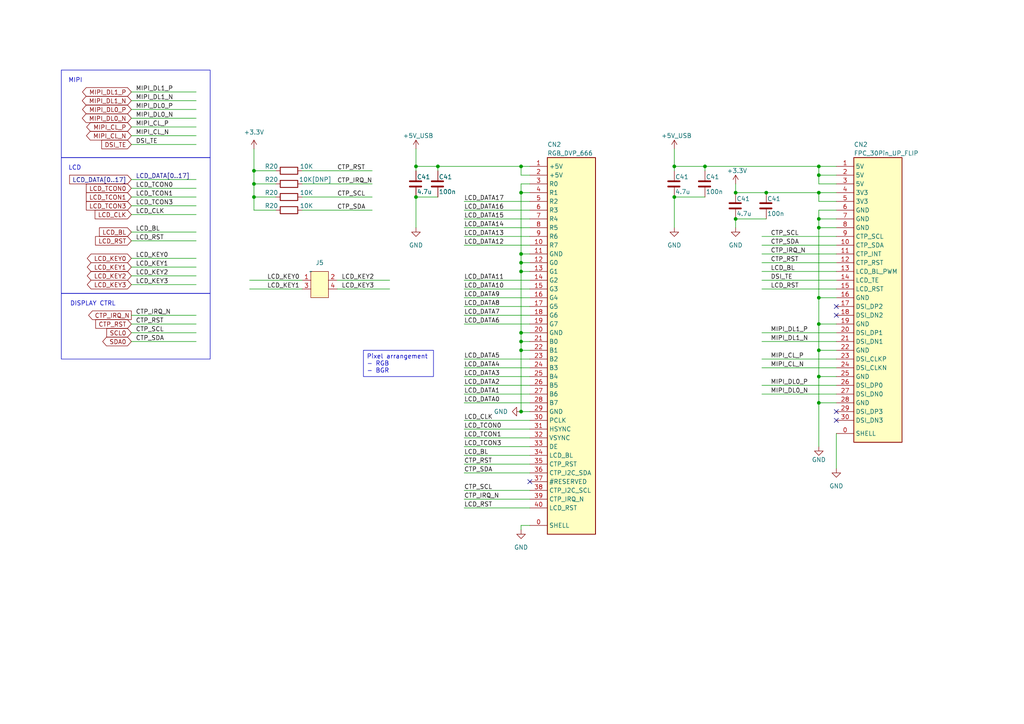
<source format=kicad_sch>
(kicad_sch (version 20230121) (generator eeschema)
  (paper "A4")
  (lib_symbols
    (symbol "Cap_2" (pin_numbers hide) (pin_names hide)
      (property "Reference" "C?" (at 0 5.08 0))
      (property "Value" "Cap_2" (at 0 3.81 0))
      (symbol "Cap_2_0_1"
        (polyline (pts (xy -0.762 -1.778) (xy -0.762 1.524)) (stroke (width 0.5)))
        (polyline (pts (xy 0.762 -1.778) (xy 0.762 1.524)) (stroke (width 0.5)))
      )
      (symbol "Cap_2_1_1"
        (pin passive line (at -3.81 0 0) (length 2.8) (name "~") (number "1"))
        (pin passive line (at 3.81 0 180) (length 2.8) (name "~") (number "2"))
      )
    )
    (symbol "RA8:2*2p"
      (property "Reference" "J" (at 0 0 0))
      (symbol "2*2p_1_1"
        (rectangle (start 0 0) (end 5.08 -7.62) (fill (type color) (color 255 255 194 1)))
        (pin bidirectional line (at -2.54 -2.54 0) (length 2.54) (name "") (number "1"))
        (pin bidirectional line (at 7.62 -2.54 180) (length 2.54) (name "") (number "2"))
        (pin bidirectional line (at -2.54 -5.08 0) (length 2.54) (name "") (number "3"))
        (pin bidirectional line (at 7.62 -5.08 180) (length 2.54) (name "") (number "4"))
      )
    )
    (symbol "RA8:FPC_1x40Pin"
      (property "Reference" "CN3" (at 5.08 3.81 0))
      (property "Value" "RGB_DVP_565" (at 5.08 1.27 0))
      (symbol "FPC_1x40Pin_0_0"
        (pin unspecified line (at 0 -25.4 0) (length 5.08) (name "R7") (number "10"))
        (pin unspecified line (at 0 -30.48 0) (length 5.08) (name "G0") (number "12"))
        (pin unspecified line (at 0 -33.02 0) (length 5.08) (name "G1") (number "13"))
        (pin unspecified line (at 0 -35.56 0) (length 5.08) (name "G2") (number "14"))
        (pin unspecified line (at 0 -38.1 0) (length 5.08) (name "G3") (number "15"))
        (pin unspecified line (at 0 -40.64 0) (length 5.08) (name "G4") (number "16"))
        (pin unspecified line (at 0 -43.18 0) (length 5.08) (name "G5") (number "17"))
        (pin unspecified line (at 0 -45.72 0) (length 5.08) (name "G6") (number "18"))
        (pin unspecified line (at 0 -48.26 0) (length 5.08) (name "G7") (number "19"))
        (pin unspecified line (at 0 -50.8 0) (length 5.08) (name "GND") (number "20"))
        (pin unspecified line (at 0 -53.34 0) (length 5.08) (name "B0") (number "21"))
        (pin unspecified line (at 0 -55.88 0) (length 5.08) (name "B1") (number "22"))
        (pin unspecified line (at 0 -58.42 0) (length 5.08) (name "B2") (number "23"))
        (pin unspecified line (at 0 -60.96 0) (length 5.08) (name "B3") (number "24"))
        (pin unspecified line (at 0 -63.5 0) (length 5.08) (name "B4") (number "25"))
        (pin unspecified line (at 0 -66.04 0) (length 5.08) (name "B5") (number "26"))
        (pin unspecified line (at 0 -68.58 0) (length 5.08) (name "B6") (number "27"))
        (pin unspecified line (at 0 -71.12 0) (length 5.08) (name "B7") (number "28"))
        (pin unspecified line (at 0 -73.66 0) (length 5.08) (name "GND") (number "29"))
        (pin unspecified line (at 0 -7.62 0) (length 5.08) (name "R0") (number "3"))
        (pin unspecified line (at 0 -76.2 0) (length 5.08) (name "PCLK") (number "30"))
        (pin unspecified line (at 0 -78.74 0) (length 5.08) (name "HSYNC") (number "31"))
        (pin unspecified line (at 0 -81.28 0) (length 5.08) (name "VSYNC") (number "32"))
        (pin unspecified line (at 0 -83.82 0) (length 5.08) (name "DE") (number "33"))
        (pin unspecified line (at 0 -86.36 0) (length 5.08) (name "LCD_BL") (number "34"))
        (pin unspecified line (at 0 -88.9 0) (length 5.08) (name "CTP_RST") (number "35"))
        (pin unspecified line (at 0 -91.44 0) (length 5.08) (name "CTP_I2C_SDA") (number "36"))
        (pin unspecified line (at 0 -96.52 0) (length 5.08) (name "CTP_I2C_SCL") (number "38"))
        (pin unspecified line (at 0 -99.06 0) (length 5.08) (name "CTP_IRQ_N") (number "39"))
        (pin unspecified line (at 0 -10.16 0) (length 5.08) (name "R1") (number "4"))
        (pin unspecified line (at 0 -101.6 0) (length 5.08) (name "LCD_RST") (number "40"))
        (pin unspecified line (at 0 -12.7 0) (length 5.08) (name "R2") (number "5"))
        (pin unspecified line (at 0 -15.24 0) (length 5.08) (name "R3") (number "6"))
        (pin unspecified line (at 0 -17.78 0) (length 5.08) (name "R4") (number "7"))
        (pin unspecified line (at 0 -20.32 0) (length 5.08) (name "R5") (number "8"))
        (pin unspecified line (at 0 -22.86 0) (length 5.08) (name "R6") (number "9"))
      )
      (symbol "FPC_1x40Pin_1_0"
        (pin unspecified line (at 0 -106.68 0) (length 5.08) (name "SHELL") (number "0"))
        (pin power_in line (at 0 -2.54 0) (length 5.08) (name "+5V") (number "1"))
        (pin unspecified line (at 0 -27.94 0) (length 5.08) (name "GND") (number "11"))
        (pin power_in line (at 0 -5.08 0) (length 5.08) (name "+5V") (number "2"))
        (pin unspecified line (at 0 -93.98 0) (length 5.08) (name "#RESERVED") (number "37"))
      )
      (symbol "FPC_1x40Pin_1_1"
        (rectangle (start 5.08 0) (end 19.05 -109.22) (stroke (width 0.254)) (fill (type background)))
      )
    )
    (symbol "RA8:FPC_30Pin_UP_FLIP"
      (property "Reference" "CN2" (at 5.08 1.27 0))
      (property "Value" "FPC_30Pin_UP_FLIP" (at 5.08 -83.82 0))
      (symbol "FPC_30Pin_UP_FLIP_0_0"
        (pin unspecified line (at 0 -25.4 0) (length 5.08) (name "CTP_SDA") (number "10"))
        (pin input line (at 0 -33.02 0) (length 5.08) (name "LCD_BL_PWM") (number "13"))
        (pin unspecified line (at 0 -40.64 0) (length 5.08) (name "GND") (number "16"))
        (pin unspecified line (at 0 -43.18 0) (length 5.08) (name "DSI_DP2") (number "17"))
        (pin unspecified line (at 0 -48.26 0) (length 5.08) (name "GND") (number "19"))
        (pin unspecified line (at 0 -50.8 0) (length 5.08) (name "DSI_DP1") (number "20"))
        (pin unspecified line (at 0 -53.34 0) (length 5.08) (name "DSI_DN1") (number "21"))
        (pin unspecified line (at 0 -55.88 0) (length 5.08) (name "GND") (number "22"))
        (pin power_in line (at 0 -7.62 0) (length 5.08) (name "5V") (number "3"))
        (pin power_in line (at 0 -10.16 0) (length 5.08) (name "3V3") (number "4"))
        (pin power_in line (at 0 -12.7 0) (length 5.08) (name "3V3") (number "5"))
        (pin unspecified line (at 0 -15.24 0) (length 5.08) (name "GND") (number "6"))
        (pin unspecified line (at 0 -17.78 0) (length 5.08) (name "GND") (number "7"))
        (pin unspecified line (at 0 -20.32 0) (length 5.08) (name "GND") (number "8"))
        (pin unspecified line (at 0 -22.86 0) (length 5.08) (name "CTP_SCL") (number "9"))
      )
      (symbol "FPC_30Pin_UP_FLIP_1_0"
        (pin unspecified line (at 0 -80.01 0) (length 5.08) (name "SHELL") (number "0"))
        (pin power_in line (at 0 -2.54 0) (length 5.08) (name "5V") (number "1"))
        (pin output line (at 0 -27.94 0) (length 5.08) (name "CTP_INT") (number "11"))
        (pin input line (at 0 -30.48 0) (length 5.08) (name "CTP_RST") (number "12"))
        (pin unspecified line (at 0 -35.56 0) (length 5.08) (name "LCD_TE") (number "14"))
        (pin input line (at 0 -38.1 0) (length 5.08) (name "LCD_RST") (number "15"))
        (pin unspecified line (at 0 -45.72 0) (length 5.08) (name "DSI_DN2") (number "18"))
        (pin power_in line (at 0 -5.08 0) (length 5.08) (name "5V") (number "2"))
        (pin unspecified line (at 0 -58.42 0) (length 5.08) (name "DSI_CLKP") (number "23"))
        (pin unspecified line (at 0 -60.96 0) (length 5.08) (name "DSI_CLKN") (number "24"))
        (pin unspecified line (at 0 -63.5 0) (length 5.08) (name "GND") (number "25"))
        (pin unspecified line (at 0 -66.04 0) (length 5.08) (name "DSI_DP0") (number "26"))
        (pin unspecified line (at 0 -68.58 0) (length 5.08) (name "DSI_DN0") (number "27"))
        (pin unspecified line (at 0 -71.12 0) (length 5.08) (name "GND") (number "28"))
        (pin unspecified line (at 0 -73.66 0) (length 5.08) (name "DSI_DP3") (number "29"))
        (pin unspecified line (at 0 -76.2 0) (length 5.08) (name "DSI_DN3") (number "30"))
      )
      (symbol "FPC_30Pin_UP_FLIP_1_1"
        (rectangle (start 5.08 0) (end 19.05 -82.55) (stroke (width 0.254)) (fill (type background)))
      )
    )
    (symbol "RA8:Res" (pin_numbers hide) (pin_names hide)
      (property "Reference" "R1" (at -5.08 1.27 0))
      (property "Comment" "10K/1%" (at 7.62 1.27 0))
      (symbol "Res_0_1"
        (rectangle (start -2.54 1.016) (end 2.54 -1.016) (stroke (width 0.254)))
      )
      (symbol "Res_1_1"
        (pin passive line (at -3.81 0 0) (length 1.27) (name "~") (number "1"))
        (pin passive line (at 3.81 0 180) (length 1.27) (name "~") (number "2"))
      )
    )
    (symbol "power:+3.3V" (power) (pin_names (offset 0))
      (property "Value" "+3.3V" (at 0 3.556 0))
      (symbol "+3.3V_0_1"
        (polyline (pts (xy -0.762 1.27) (xy 0 2.54)))
        (polyline (pts (xy 0 0) (xy 0 2.54)))
        (polyline (pts (xy 0 2.54) (xy 0.762 1.27)))
      )
      (symbol "+3.3V_1_1"
        (pin power_in line (at 0 0 90) (length 0) hide (name "+3.3V") (number "1"))
      )
    )
    (symbol "power:+5V_USB" (power) (in_bom no) (on_board no)
      (property "Value" "+5V_USB" (at -1.27 2.032 0))
      (symbol "+5V_USB_0_1"
        (polyline (pts (xy -0.762 -1.27) (xy 0 0)))
        (polyline (pts (xy 0 -2.54) (xy 0 0)))
        (polyline (pts (xy 0 0) (xy 0.762 -1.27)))
      )
      (symbol "+5V_USB_1_1"
        (pin power_in line (at 0 -2.54 90) (length 0) hide (name "+5V_USB") (number "1"))
      )
    )
    (symbol "power:GND" (power) (pin_names (offset 0))
      (property "Value" "GND" (at 0 -3.81 0))
      (symbol "GND_0_1"
        (polyline (pts (xy 0 0) (xy 0 -1.27) (xy 1.27 -1.27) (xy 0 -2.54) (xy -1.27 -1.27) (xy 0 -1.27)))
      )
      (symbol "GND_1_1"
        (pin power_in line (at 0 0 270) (length 0) hide (name "GND") (number "1"))
      )
    )
  )
  (junction (at 151.13 78.74))
  (junction (at 120.65 57.15))
  (junction (at 151.13 99.06))
  (junction (at 237.49 55.88))
  (junction (at 237.49 116.84))
  (junction (at 127 48.26))
  (junction (at 151.13 76.2))
  (junction (at 73.66 49.53))
  (junction (at 237.49 48.26))
  (junction (at 151.13 55.88))
  (junction (at 151.13 119.38))
  (junction (at 213.36 55.88))
  (junction (at 213.36 63.5))
  (junction (at 195.58 48.26))
  (junction (at 237.49 63.5))
  (junction (at 151.13 96.52))
  (junction (at 237.49 101.6))
  (junction (at 237.49 66.04))
  (junction (at 237.49 86.36))
  (junction (at 151.13 101.6))
  (junction (at 237.49 93.98))
  (junction (at 237.49 109.22))
  (junction (at 73.66 57.15))
  (junction (at 151.13 48.26))
  (junction (at 73.66 53.34))
  (junction (at 195.58 57.15))
  (junction (at 237.49 50.8))
  (junction (at 204.47 48.26))
  (junction (at 222.25 55.88))
  (junction (at 151.13 73.66))
  (junction (at 120.65 48.26))
  (no_connect (at 242.57 88.9))
  (no_connect (at 242.57 91.44))
  (no_connect (at 153.67 139.7))
  (no_connect (at 242.57 121.92))
  (no_connect (at 242.57 119.38))
  (wire (pts (xy 134.62 63.5) (xy 153.67 63.5)))
  (wire (pts (xy 134.62 147.32) (xy 153.67 147.32)))
  (wire (pts (xy 72.39 81.28) (xy 87.63 81.28)))
  (wire (pts (xy 237.49 109.22) (xy 237.49 116.84)))
  (wire (pts (xy 195.58 48.26) (xy 204.47 48.26)))
  (wire (pts (xy 73.66 53.34) (xy 80.01 53.34)))
  (wire (pts (xy 87.63 57.15) (xy 107.95 57.15)))
  (wire (pts (xy 237.49 63.5) (xy 237.49 66.04)))
  (wire (pts (xy 213.36 55.88) (xy 222.25 55.88)))
  (wire (pts (xy 153.67 53.34) (xy 151.13 53.34)))
  (wire (pts (xy 151.13 96.52) (xy 151.13 99.06)))
  (wire (pts (xy 134.62 142.24) (xy 153.67 142.24)))
  (wire (pts (xy 38.1 96.52) (xy 56.896 96.52)))
  (wire (pts (xy 242.57 53.34) (xy 237.49 53.34)))
  (wire (pts (xy 242.57 125.73) (xy 242.57 135.89)))
  (wire (pts (xy 134.62 68.58) (xy 153.67 68.58)))
  (wire (pts (xy 73.66 57.15) (xy 80.01 57.15)))
  (wire (pts (xy 237.49 101.6) (xy 242.57 101.6)))
  (wire (pts (xy 87.63 60.96) (xy 107.95 60.96)))
  (wire (pts (xy 97.79 83.82) (xy 113.03 83.82)))
  (wire (pts (xy 134.62 144.78) (xy 153.67 144.78)))
  (wire (pts (xy 38.1 57.15) (xy 56.896 57.15)))
  (wire (pts (xy 134.62 60.96) (xy 153.67 60.96)))
  (wire (pts (xy 73.66 57.15) (xy 73.66 60.96)))
  (wire (pts (xy 195.58 43.18) (xy 195.58 48.26)))
  (wire (pts (xy 97.79 81.28) (xy 113.03 81.28)))
  (wire (pts (xy 38.1 74.93) (xy 56.896 74.93)))
  (wire (pts (xy 237.49 93.98) (xy 242.57 93.98)))
  (wire (pts (xy 134.62 58.42) (xy 153.67 58.42)))
  (wire (pts (xy 73.66 60.96) (xy 80.01 60.96)))
  (wire (pts (xy 237.49 66.04) (xy 237.49 86.36)))
  (wire (pts (xy 242.57 60.96) (xy 237.49 60.96)))
  (wire (pts (xy 134.62 88.9) (xy 153.67 88.9)))
  (wire (pts (xy 120.65 57.15) (xy 120.65 66.04)))
  (wire (pts (xy 73.66 43.18) (xy 73.66 49.53)))
  (wire (pts (xy 151.13 119.38) (xy 153.67 119.38)))
  (wire (pts (xy 38.1 29.21) (xy 56.896 29.21)))
  (wire (pts (xy 204.47 48.26) (xy 204.47 49.53)))
  (wire (pts (xy 134.62 71.12) (xy 153.67 71.12)))
  (wire (pts (xy 237.49 116.84) (xy 237.49 129.54)))
  (wire (pts (xy 38.1 80.01) (xy 56.896 80.01)))
  (wire (pts (xy 213.36 63.5) (xy 213.36 66.04)))
  (wire (pts (xy 38.1 26.67) (xy 56.896 26.67)))
  (wire (pts (xy 237.49 53.34) (xy 237.49 50.8)))
  (wire (pts (xy 151.13 73.66) (xy 151.13 76.2)))
  (wire (pts (xy 151.13 101.6) (xy 151.13 119.38)))
  (wire (pts (xy 134.62 93.98) (xy 153.67 93.98)))
  (wire (pts (xy 38.1 39.37) (xy 56.896 39.37)))
  (wire (pts (xy 38.1 54.61) (xy 56.896 54.61)))
  (wire (pts (xy 242.57 55.88) (xy 237.49 55.88)))
  (wire (pts (xy 127 48.26) (xy 151.13 48.26)))
  (wire (pts (xy 134.62 137.16) (xy 153.67 137.16)))
  (wire (pts (xy 222.25 55.88) (xy 237.49 55.88)))
  (wire (pts (xy 195.58 57.15) (xy 204.47 57.15)))
  (wire (pts (xy 120.65 48.26) (xy 120.65 49.53)))
  (wire (pts (xy 237.49 58.42) (xy 237.49 55.88)))
  (wire (pts (xy 220.98 83.82) (xy 242.57 83.82)))
  (wire (pts (xy 242.57 86.36) (xy 237.49 86.36)))
  (wire (pts (xy 153.67 48.26) (xy 151.13 48.26)))
  (wire (pts (xy 134.62 83.82) (xy 153.67 83.82)))
  (wire (pts (xy 134.62 109.22) (xy 153.67 109.22)))
  (wire (pts (xy 120.65 48.26) (xy 127 48.26)))
  (wire (pts (xy 242.57 50.8) (xy 237.49 50.8)))
  (wire (pts (xy 220.98 111.76) (xy 242.57 111.76)))
  (wire (pts (xy 120.65 57.15) (xy 127 57.15)))
  (wire (pts (xy 38.1 91.44) (xy 56.896 91.44)))
  (wire (pts (xy 151.13 53.34) (xy 151.13 55.88)))
  (wire (pts (xy 72.39 83.82) (xy 87.63 83.82)))
  (wire (pts (xy 220.98 76.2) (xy 242.57 76.2)))
  (wire (pts (xy 73.66 53.34) (xy 73.66 57.15)))
  (wire (pts (xy 134.62 66.04) (xy 153.67 66.04)))
  (wire (pts (xy 151.13 76.2) (xy 153.67 76.2)))
  (wire (pts (xy 237.49 93.98) (xy 237.49 101.6)))
  (wire (pts (xy 151.13 55.88) (xy 153.67 55.88)))
  (wire (pts (xy 220.98 81.28) (xy 242.57 81.28)))
  (wire (pts (xy 213.36 53.34) (xy 213.36 55.88)))
  (wire (pts (xy 204.47 48.26) (xy 237.49 48.26)))
  (wire (pts (xy 87.63 53.34) (xy 107.95 53.34)))
  (wire (pts (xy 134.62 91.44) (xy 153.67 91.44)))
  (wire (pts (xy 134.62 86.36) (xy 153.67 86.36)))
  (wire (pts (xy 134.62 134.62) (xy 153.67 134.62)))
  (wire (pts (xy 151.13 99.06) (xy 151.13 101.6)))
  (wire (pts (xy 134.62 116.84) (xy 153.67 116.84)))
  (wire (pts (xy 38.1 99.06) (xy 56.896 99.06)))
  (wire (pts (xy 151.13 55.88) (xy 151.13 73.66)))
  (wire (pts (xy 38.1 93.98) (xy 56.896 93.98)))
  (wire (pts (xy 151.13 152.4) (xy 153.67 152.4)))
  (wire (pts (xy 220.98 68.58) (xy 242.57 68.58)))
  (wire (pts (xy 134.62 129.54) (xy 153.67 129.54)))
  (wire (pts (xy 120.65 43.18) (xy 120.65 48.26)))
  (wire (pts (xy 151.13 152.4) (xy 151.13 153.67)))
  (wire (pts (xy 134.62 104.14) (xy 153.67 104.14)))
  (wire (pts (xy 237.49 109.22) (xy 242.57 109.22)))
  (wire (pts (xy 195.58 57.15) (xy 195.58 66.04)))
  (wire (pts (xy 195.58 48.26) (xy 195.58 49.53)))
  (wire (pts (xy 151.13 99.06) (xy 153.67 99.06)))
  (wire (pts (xy 134.62 124.46) (xy 153.67 124.46)))
  (wire (pts (xy 151.13 76.2) (xy 151.13 78.74)))
  (wire (pts (xy 73.66 49.53) (xy 80.01 49.53)))
  (wire (pts (xy 87.63 49.53) (xy 107.95 49.53)))
  (wire (pts (xy 38.1 82.55) (xy 56.896 82.55)))
  (wire (pts (xy 151.13 78.74) (xy 153.67 78.74)))
  (wire (pts (xy 220.98 106.68) (xy 242.57 106.68)))
  (wire (pts (xy 134.62 132.08) (xy 153.67 132.08)))
  (wire (pts (xy 242.57 58.42) (xy 237.49 58.42)))
  (wire (pts (xy 151.13 50.8) (xy 153.67 50.8)))
  (wire (pts (xy 38.1 31.75) (xy 56.896 31.75)))
  (wire (pts (xy 127 48.26) (xy 127 49.53)))
  (wire (pts (xy 220.98 96.52) (xy 242.57 96.52)))
  (wire (pts (xy 134.62 127) (xy 153.67 127)))
  (wire (pts (xy 73.66 49.53) (xy 73.66 53.34)))
  (wire (pts (xy 38.1 59.69) (xy 56.896 59.69)))
  (wire (pts (xy 237.49 60.96) (xy 237.49 63.5)))
  (wire (pts (xy 151.13 96.52) (xy 153.67 96.52)))
  (wire (pts (xy 38.1 77.47) (xy 56.896 77.47)))
  (wire (pts (xy 237.49 63.5) (xy 242.57 63.5)))
  (wire (pts (xy 38.1 67.31) (xy 56.896 67.31)))
  (wire (pts (xy 220.98 71.12) (xy 242.57 71.12)))
  (wire (pts (xy 151.13 48.26) (xy 151.13 50.8)))
  (wire (pts (xy 220.98 99.06) (xy 242.57 99.06)))
  (wire (pts (xy 237.49 50.8) (xy 237.49 48.26)))
  (wire (pts (xy 220.98 114.3) (xy 242.57 114.3)))
  (wire (pts (xy 220.98 73.66) (xy 242.57 73.66)))
  (wire (pts (xy 134.62 114.3) (xy 153.67 114.3)))
  (wire (pts (xy 38.1 52.07) (xy 56.896 52.07)))
  (wire (pts (xy 134.62 111.76) (xy 153.67 111.76)))
  (wire (pts (xy 38.1 34.29) (xy 56.896 34.29)))
  (wire (pts (xy 38.1 62.23) (xy 56.896 62.23)))
  (wire (pts (xy 220.98 78.74) (xy 242.57 78.74)))
  (wire (pts (xy 237.49 66.04) (xy 242.57 66.04)))
  (wire (pts (xy 242.57 48.26) (xy 237.49 48.26)))
  (wire (pts (xy 151.13 78.74) (xy 151.13 96.52)))
  (wire (pts (xy 38.1 41.91) (xy 56.896 41.91)))
  (wire (pts (xy 213.36 63.5) (xy 222.25 63.5)))
  (wire (pts (xy 38.1 36.83) (xy 56.896 36.83)))
  (wire (pts (xy 38.1 69.85) (xy 56.896 69.85)))
  (wire (pts (xy 134.62 121.92) (xy 153.67 121.92)))
  (wire (pts (xy 151.13 73.66) (xy 153.67 73.66)))
  (wire (pts (xy 134.62 81.28) (xy 153.67 81.28)))
  (wire (pts (xy 237.49 116.84) (xy 242.57 116.84)))
  (wire (pts (xy 151.13 101.6) (xy 153.67 101.6)))
  (wire (pts (xy 237.49 101.6) (xy 237.49 109.22)))
  (wire (pts (xy 237.49 86.36) (xy 237.49 93.98)))
  (wire (pts (xy 134.62 106.68) (xy 153.67 106.68)))
  (wire (pts (xy 220.98 104.14) (xy 242.57 104.14)))
  (rectangle (start 17.78 20.32) (end 60.96 45.72))
  (rectangle (start 17.78 45.72) (end 60.96 85.09))
  (rectangle (start 17.78 85.09) (end 60.96 104.14))
  (text_box "Pixel arrangement\n- RGB\n- BGR" (at 105.41 101.6 0) (size 20.32 7.62) (effects (font (size 1.27 1.27)) (justify left top)))
  (text "DISPLAY CTRL" (at 20.32 88.9 0) (effects (font (size 1.27 1.27)) (justify left bottom)))
  (text "MIPI\n" (at 19.812 24.13 0) (effects (font (size 1.27 1.27)) (justify left bottom)))
  (text "LCD" (at 19.812 49.53 0) (effects (font (size 1.27 1.27)) (justify left bottom)))
  (label "LCD_DATA8" (at 134.62 88.9 0))
  (label "CTP_SCL" (at 39.37 96.52 0))
  (label "LCD_DATA3" (at 134.62 109.22 0))
  (label "LCD_TCON1" (at 39.37 57.15 0))
  (label "MIPI_DL0_P" (at 223.52 111.76 0))
  (label "LCD_TCON0" (at 39.37 54.61 0))
  (label "LCD_TCON0" (at 134.62 124.46 0))
  (label "CTP_IRQ_N" (at 97.79 53.34 0))
  (label "MIPI_DL1_P" (at 223.52 96.52 0))
  (label "CTP_IRQ_N" (at 39.37 91.44 0))
  (label "LCD_RST" (at 39.37 69.85 0))
  (label "LCD_RST" (at 223.52 83.82 0))
  (label "LCD_KEY0" (at 77.47 81.28 0))
  (label "LCD_DATA2" (at 134.62 111.76 0))
  (label "LCD_KEY1" (at 77.47 83.82 0))
  (label "LCD_TCON3" (at 39.37 59.69 0))
  (label "LCD_TCON3" (at 134.62 129.54 0))
  (label "LCD_KEY2" (at 39.37 80.01 0))
  (label "LCD_BL" (at 39.37 67.31 0))
  (label "LCD_RST" (at 134.62 147.32 0))
  (label "CTP_SCL" (at 223.52 68.58 0))
  (label "MIPI_DL1_N" (at 39.37 29.21 0))
  (label "CTP_RST" (at 223.52 76.2 0))
  (label "CTP_IRQ_N" (at 134.62 144.78 0))
  (label "DSI_TE" (at 39.37 41.91 0))
  (label "LCD_CLK" (at 39.37 62.23 0))
  (label "CTP_RST" (at 97.79 49.53 0))
  (label "CTP_RST" (at 39.37 93.98 0))
  (label "CTP_SDA" (at 134.62 137.16 0))
  (label "LCD_DATA10" (at 134.62 83.82 0))
  (label "MIPI_DL0_P" (at 39.37 31.75 0))
  (label "DSI_TE" (at 223.52 81.28 0))
  (label "LCD_KEY3" (at 39.37 82.55 0))
  (label "LCD_DATA5" (at 134.62 104.14 0))
  (label "LCD_DATA6" (at 134.62 93.98 0))
  (label "CTP_SCL" (at 97.79 57.15 0))
  (label "MIPI_CL_P" (at 223.52 104.14 0))
  (label "LCD_DATA9" (at 134.62 86.36 0))
  (label "LCD_DATA7" (at 134.62 91.44 0))
  (label "MIPI_DL1_N" (at 223.52 99.06 0))
  (label "CTP_SDA" (at 223.52 71.12 0))
  (label "MIPI_DL0_N" (at 39.37 34.29 0))
  (label "LCD_KEY1" (at 39.37 77.47 0))
  (label "CTP_SDA" (at 39.37 99.06 0))
  (label "LCD_DATA16" (at 134.62 60.96 0))
  (label "MIPI_DL1_P" (at 39.37 26.67 0))
  (label "LCD_DATA11" (at 134.62 81.28 0))
  (label "CTP_SCL" (at 134.62 142.24 0))
  (label "LCD_KEY2" (at 99.06 81.28 0))
  (label "MIPI_CL_N" (at 223.52 106.68 0))
  (label "LCD_BL" (at 134.62 132.08 0))
  (label "LCD_KEY3" (at 99.06 83.82 0))
  (label "LCD_DATA4" (at 134.62 106.68 0))
  (label "LCD_DATA0" (at 134.62 116.84 0))
  (label "LCD_DATA13" (at 134.62 68.58 0))
  (label "MIPI_DL0_N" (at 223.52 114.3 0))
  (label "LCD_DATA1" (at 134.62 114.3 0))
  (label "LCD_DATA14" (at 134.62 66.04 0))
  (label "LCD_TCON1" (at 134.62 127 0))
  (label "LCD_DATA[0..17]" (at 39.37 52.07 0))
  (label "MIPI_CL_N" (at 39.37 39.37 0))
  (label "LCD_BL" (at 223.52 78.74 0))
  (label "LCD_DATA12" (at 134.62 71.12 0))
  (label "LCD_DATA15" (at 134.62 63.5 0))
  (label "CTP_SDA" (at 97.79 60.96 0))
  (label "MIPI_CL_P" (at 39.37 36.83 0))
  (label "LCD_CLK" (at 134.62 121.92 0))
  (label "CTP_RST" (at 134.62 134.62 0))
  (label "LCD_DATA17" (at 134.62 58.42 0))
  (label "CTP_IRQ_N" (at 223.52 73.66 0))
  (label "LCD_KEY0" (at 39.37 74.93 0))
  (global_label "LCD_DATA[0..17]" (shape input) (at 38.1 52.07 180) (property "Intersheetrefs" "${INTERSHEET_REFS}" (effects hide)))
  (global_label "LCD_TCON1" (shape input) (at 38.1 57.15 180) (property "Intersheetrefs" "${INTERSHEET_REFS}" (effects hide)))
  (global_label "LCD_TCON3" (shape input) (at 38.1 59.69 180) (property "Intersheetrefs" "${INTERSHEET_REFS}" (effects hide)))
  (global_label "CTP_IRQ_N" (shape output) (at 38.1 91.44 180) (property "Intersheetrefs" "${INTERSHEET_REFS}" (effects hide)))
  (global_label "CTP_RST" (shape input) (at 38.1 93.98 180) (property "Intersheetrefs" "${INTERSHEET_REFS}" (effects hide)))
  (global_label "LCD_TCON0" (shape input) (at 38.1 54.61 180) (property "Intersheetrefs" "${INTERSHEET_REFS}" (effects hide)))
  (global_label "LCD_RST" (shape input) (at 38.1 69.85 180) (property "Intersheetrefs" "${INTERSHEET_REFS}" (effects hide)))
  (global_label "MIPI_CL_P" (shape bidirectional) (at 38.1 36.83 180) (property "Intersheetrefs" "${INTERSHEET_REFS}" (effects hide)))
  (global_label "SCL0" (shape input) (at 38.1 96.52 180) (property "Intersheetrefs" "${INTERSHEET_REFS}" (effects hide)))
  (global_label "LCD_KEY1" (shape bidirectional) (at 38.1 77.47 180) (property "Intersheetrefs" "${INTERSHEET_REFS}" (effects hide)))
  (global_label "LCD_KEY2" (shape bidirectional) (at 38.1 80.01 180) (property "Intersheetrefs" "${INTERSHEET_REFS}" (effects hide)))
  (global_label "LCD_KEY0" (shape bidirectional) (at 38.1 74.93 180) (property "Intersheetrefs" "${INTERSHEET_REFS}" (effects hide)))
  (global_label "MIPI_DL1_N" (shape bidirectional) (at 38.1 29.21 180) (property "Intersheetrefs" "${INTERSHEET_REFS}" (effects hide)))
  (global_label "MIPI_DL1_P" (shape bidirectional) (at 38.1 26.67 180) (property "Intersheetrefs" "${INTERSHEET_REFS}" (effects hide)))
  (global_label "SDA0" (shape bidirectional) (at 38.1 99.06 180) (property "Intersheetrefs" "${INTERSHEET_REFS}" (effects hide)))
  (global_label "MIPI_DL0_P" (shape bidirectional) (at 38.1 31.75 180) (property "Intersheetrefs" "${INTERSHEET_REFS}" (effects hide)))
  (global_label "LCD_KEY3" (shape bidirectional) (at 38.1 82.55 180) (property "Intersheetrefs" "${INTERSHEET_REFS}" (effects hide)))
  (global_label "LCD_CLK" (shape input) (at 38.1 62.23 180) (property "Intersheetrefs" "${INTERSHEET_REFS}" (effects hide)))
  (global_label "MIPI_DL0_N" (shape bidirectional) (at 38.1 34.29 180) (property "Intersheetrefs" "${INTERSHEET_REFS}" (effects hide)))
  (global_label "LCD_BL" (shape input) (at 38.1 67.31 180) (property "Intersheetrefs" "${INTERSHEET_REFS}" (effects hide)))
  (global_label "DSI_TE" (shape input) (at 38.1 41.91 180) (property "Intersheetrefs" "${INTERSHEET_REFS}" (effects hide)))
  (global_label "MIPI_CL_N" (shape bidirectional) (at 38.1 39.37 180) (property "Intersheetrefs" "${INTERSHEET_REFS}" (effects hide)))
  (symbol (lib_id "RA8:FPC_30Pin_UP_FLIP") (at 242.57 45.72 0) (unit 1)
    (property "Reference" "CN2" (at 247.65 41.91 0) (effects (justify left)))
    (property "Value" "FPC_30Pin_UP_FLIP" (at 247.65 44.45 0) (effects (justify left)))
    (property "Footprint" "RA8Library:FPC_30" (effects hide))
    (property "Datasheet" "https://item.szlcsc.com/5752293.html" (effects hide))
  )
  (symbol (lib_id "power:+3.3V") (at 213.36 53.34 0) (unit 1)
    (property "Reference" "#PWR0112" (effects hide))
    (property "Value" "+3.3V" (at 210.82 49.53 0) (effects (justify left)))
  )
  (symbol (lib_id "power:GND") (at 242.57 135.89 0) (unit 1)
    (property "Reference" "#PWR0107" (effects hide))
    (property "Value" "GND" (at 242.57 140.97 0))
    (instances (project "rtt_lcd_v3.1" (path "" (reference "#PWR0107") (unit 1))) (project "art-link" (path "" (reference "#PWR025") (unit 1))) (project "RA8_main" (path "" (reference "#PWR084") (unit 1)) (path "" (reference "#PWR0135") (unit 1))) (project "8.ART_Link" (path "" (reference "#PWR0107") (unit 1))) (project "USB INTERFACE" (path "" (reference "#PWR04") (unit 1))))
  )
  (symbol (lib_id "power:GND") (at 237.49 129.54 0) (unit 1)
    (property "Reference" "#PWR0107" (effects hide))
    (property "Value" "GND" (at 237.49 133.35 0))
    (instances (project "rtt_lcd_v3.1" (path "" (reference "#PWR0107") (unit 1))) (project "art-link" (path "" (reference "#PWR025") (unit 1))) (project "RA8_main" (path "" (reference "#PWR056") (unit 1)) (path "" (reference "#PWR0134") (unit 1))) (project "8.ART_Link" (path "" (reference "#PWR0107") (unit 1))) (project "USB INTERFACE" (path "" (reference "#PWR04") (unit 1))))
  )
  (symbol (lib_id "RA8:Res") (at 83.82 60.96 0) (mirror y) (unit 1)
    (property "Reference" "R20" (at 78.74 59.69 0))
    (property "Value" "10K" (at 88.9 59.69 0))
    (property "Footprint" "RA8Library:R0402" (effects hide))
    (property "Manufacturer" "YAGEO(国巨)" (effects hide))
    (property "Comment" "10K/1%" (effects hide))
    (instances (project "RA8_main" (path "" (reference "R20") (unit 1)) (path "" (reference "R45") (unit 1)) (path "" (reference "R59") (unit 1)) (path "" (reference "R67") (unit 1))))
  )
  (symbol (lib_id "RA8:Res") (at 83.82 49.53 0) (mirror y) (unit 1)
    (property "Reference" "R20" (at 78.74 48.26 0))
    (property "Value" "10K" (at 88.9 48.26 0))
    (property "Footprint" "RA8Library:R0402" (effects hide))
    (property "Manufacturer" "YAGEO(国巨)" (effects hide))
    (property "Comment" "10K/1%" (effects hide))
    (instances (project "RA8_main" (path "" (reference "R20") (unit 1)) (path "" (reference "R44") (unit 1)) (path "" (reference "R58") (unit 1)) (path "" (reference "R64") (unit 1))))
  )
  (symbol (lib_name "Cap_2") (lib_id "jhong:Cap") (at 195.58 53.34 270) (unit 1)
    (property "Reference" "C41" (at 195.834 51.308 90) (effects (justify left)))
    (property "Value" "4.7u" (at 195.834 55.626 90) (effects (justify left)))
    (property "Footprint" "RA8Library:C0402" (effects hide))
    (property "Manufacturer" "SAMSUNG(三星)" (effects hide))
    (property "Comment" "10u X7R" (effects hide))
    (instances (project "rtt_lcd_v3.1" (path "" (reference "C41") (unit 1))) (project "art-link" (path "" (reference "C1") (unit 1))) (project "RA8_main" (path "" (reference "C1") (unit 1)) (path "" (reference "C71") (unit 1))) (project "8.ART_Link" (path "" (reference "C41") (unit 1))) (project "power" (path "" (reference "C1") (unit 1))))
  )
  (symbol (lib_name "Cap_2") (lib_id "jhong:Cap") (at 204.47 53.34 270) (unit 1)
    (property "Reference" "C41" (at 204.724 51.308 90) (effects (justify left)))
    (property "Value" "100n" (at 204.724 55.626 90) (effects (justify left)))
    (property "Footprint" "RA8Library:C0402" (effects hide))
    (property "Manufacturer" "SAMSUNG(三星)" (effects hide))
    (property "Comment" "10u X7R" (effects hide))
    (instances (project "rtt_lcd_v3.1" (path "" (reference "C41") (unit 1))) (project "art-link" (path "" (reference "C1") (unit 1))) (project "RA8_main" (path "" (reference "C1") (unit 1)) (path "" (reference "C72") (unit 1))) (project "8.ART_Link" (path "" (reference "C41") (unit 1))) (project "power" (path "" (reference "C1") (unit 1))))
  )
  (symbol (lib_name "Cap_2") (lib_id "jhong:Cap") (at 222.25 59.69 270) (unit 1)
    (property "Reference" "C41" (at 222.504 57.658 90) (effects (justify left)))
    (property "Value" "100n" (at 222.504 61.976 90) (effects (justify left)))
    (property "Footprint" "RA8Library:C0402" (effects hide))
    (property "Manufacturer" "SAMSUNG(三星)" (effects hide))
    (property "Comment" "10u X7R" (effects hide))
    (instances (project "rtt_lcd_v3.1" (path "" (reference "C41") (unit 1))) (project "art-link" (path "" (reference "C1") (unit 1))) (project "RA8_main" (path "" (reference "C1") (unit 1)) (path "" (reference "C74") (unit 1))) (project "8.ART_Link" (path "" (reference "C41") (unit 1))) (project "power" (path "" (reference "C1") (unit 1))))
  )
  (symbol (lib_name "Cap_2") (lib_id "jhong:Cap") (at 213.36 59.69 270) (unit 1)
    (property "Reference" "C41" (at 213.614 57.658 90) (effects (justify left)))
    (property "Value" "4.7u" (at 213.614 61.976 90) (effects (justify left)))
    (property "Footprint" "RA8Library:C0402" (effects hide))
    (property "Manufacturer" "SAMSUNG(三星)" (effects hide))
    (property "Comment" "10u X7R" (effects hide))
    (instances (project "rtt_lcd_v3.1" (path "" (reference "C41") (unit 1))) (project "art-link" (path "" (reference "C1") (unit 1))) (project "RA8_main" (path "" (reference "C1") (unit 1)) (path "" (reference "C73") (unit 1))) (project "8.ART_Link" (path "" (reference "C41") (unit 1))) (project "power" (path "" (reference "C1") (unit 1))))
  )
  (symbol (lib_name "Cap_2") (lib_id "jhong:Cap") (at 127 53.34 270) (unit 1)
    (property "Reference" "C41" (at 127.254 51.308 90) (effects (justify left)))
    (property "Value" "100n" (at 127.254 55.626 90) (effects (justify left)))
    (property "Footprint" "RA8Library:C0402" (effects hide))
    (property "Manufacturer" "SAMSUNG(三星)" (effects hide))
    (property "Comment" "10u X7R" (effects hide))
    (instances (project "rtt_lcd_v3.1" (path "" (reference "C41") (unit 1))) (project "art-link" (path "" (reference "C1") (unit 1))) (project "RA8_main" (path "" (reference "C1") (unit 1)) (path "" (reference "C76") (unit 1))) (project "8.ART_Link" (path "" (reference "C41") (unit 1))) (project "power" (path "" (reference "C1") (unit 1))))
  )
  (symbol (lib_id "RA8:FPC_1x40Pin") (at 153.67 45.72 0) (unit 1)
    (property "Reference" "CN2" (at 158.75 41.91 0) (effects (justify left)))
    (property "Value" "RGB_DVP_666" (at 158.75 44.45 0) (effects (justify left)))
    (property "Footprint" "RA8Library:FFC-SMD_40P-ZGXK" (effects hide))
  )
  (symbol (lib_name "Cap_2") (lib_id "jhong:Cap") (at 120.65 53.34 270) (unit 1)
    (property "Reference" "C41" (at 120.904 51.308 90) (effects (justify left)))
    (property "Value" "4.7u" (at 120.904 55.626 90) (effects (justify left)))
    (property "Footprint" "RA8Library:C0402" (effects hide))
    (property "Manufacturer" "SAMSUNG(三星)" (effects hide))
    (property "Comment" "10u X7R" (effects hide))
    (instances (project "rtt_lcd_v3.1" (path "" (reference "C41") (unit 1))) (project "art-link" (path "" (reference "C1") (unit 1))) (project "RA8_main" (path "" (reference "C1") (unit 1)) (path "" (reference "C75") (unit 1))) (project "8.ART_Link" (path "" (reference "C41") (unit 1))) (project "power" (path "" (reference "C1") (unit 1))))
  )
  (symbol (lib_id "power:GND") (at 151.13 119.38 270) (unit 1)
    (property "Reference" "#PWR0107" (effects hide))
    (property "Value" "GND" (at 147.32 119.3801 90) (effects (justify right)))
    (instances (project "rtt_lcd_v3.1" (path "" (reference "#PWR0107") (unit 1))) (project "art-link" (path "" (reference "#PWR025") (unit 1))) (project "RA8_main" (path "" (reference "#PWR056") (unit 1)) (path "" (reference "#PWR0138") (unit 1))) (project "8.ART_Link" (path "" (reference "#PWR0107") (unit 1))) (project "USB INTERFACE" (path "" (reference "#PWR04") (unit 1))))
  )
  (symbol (lib_id "power:+3.3V") (at 73.66 43.18 0) (unit 1)
    (property "Reference" "#PWR0112" (effects hide))
    (property "Value" "+3.3V" (at 73.66 38.354 0))
    (instances (project "rtt_lcd_v3.1" (path "" (reference "#PWR0112") (unit 1))) (project "art-link" (path "" (reference "#PWR017") (unit 1))) (project "RA8_main" (path "" (reference "#PWR084") (unit 1)) (path "" (reference "#PWR054") (unit 1)) (path "" (reference "#PWR0112") (unit 1)) (path "" (reference "#PWR0135") (unit 1)) (path "" (reference "#PWR0129") (unit 1))) (project "8.ART_Link" (path "" (reference "#PWR0112") (unit 1))) (project "power" (path "" (reference "#PWR06") (unit 1))))
  )
  (symbol (lib_id "power:GND") (at 151.13 153.67 0) (unit 1)
    (property "Reference" "#PWR0107" (effects hide))
    (property "Value" "GND" (at 151.13 158.75 0))
    (instances (project "rtt_lcd_v3.1" (path "" (reference "#PWR0107") (unit 1))) (project "art-link" (path "" (reference "#PWR025") (unit 1))) (project "RA8_main" (path "" (reference "#PWR084") (unit 1)) (path "" (reference "#PWR0139") (unit 1))) (project "8.ART_Link" (path "" (reference "#PWR0107") (unit 1))) (project "USB INTERFACE" (path "" (reference "#PWR04") (unit 1))))
  )
  (symbol (lib_id "power:+5V_USB") (at 120.65 40.64 0) (unit 1) (in_bom no) (on_board no)
    (property "Reference" "#PWR0155" (effects hide))
    (property "Value" "+5V_SYS" (at 116.84 39.37 0) (effects (justify left)))
    (instances (project "RA8_main" (path "" (reference "#PWR0155") (unit 1)) (path "" (reference "#PWR04") (unit 1)) (path "" (reference "#PWR0136") (unit 1))))
  )
  (symbol (lib_id "power:+5V_USB") (at 195.58 40.64 0) (unit 1) (in_bom no) (on_board no)
    (property "Reference" "#PWR0155" (effects hide))
    (property "Value" "+5V_SYS" (at 191.77 39.37 0) (effects (justify left)))
    (instances (project "RA8_main" (path "" (reference "#PWR0155") (unit 1)) (path "" (reference "#PWR04") (unit 1)) (path "" (reference "#PWR0130") (unit 1))))
  )
  (symbol (lib_id "power:GND") (at 195.58 66.04 0) (unit 1)
    (property "Reference" "#PWR082" (effects hide))
    (property "Value" "GND" (at 195.58 71.12 0))
  )
  (symbol (lib_id "RA8:2*2p") (at 90.17 78.74 0) (unit 1)
    (property "Reference" "J5" (at 92.71 76.2 0))
    (property "Value" "~" (at 90.17 78.74 0))
    (property "Footprint" "RA8Library:TP_2x2_2.54mm" (effects hide))
  )
  (symbol (lib_id "RA8:Res") (at 83.82 53.34 0) (mirror y) (unit 1)
    (property "Reference" "R20" (at 78.74 52.07 0))
    (property "Value" "10K[DNP]" (at 91.44 52.07 0))
    (property "Footprint" "RA8Library:R0402" (effects hide))
    (property "Manufacturer" "YAGEO(国巨)" (effects hide))
    (property "Comment" "10K/1%" (effects hide))
    (instances (project "RA8_main" (path "" (reference "R20") (unit 1)) (path "" (reference "R45") (unit 1)) (path "" (reference "R59") (unit 1)) (path "" (reference "R65") (unit 1))))
  )
  (symbol (lib_id "power:GND") (at 120.65 66.04 0) (unit 1)
    (property "Reference" "#PWR082" (effects hide))
    (property "Value" "GND" (at 120.65 71.12 0))
  )
  (symbol (lib_id "RA8:Res") (at 83.82 57.15 0) (mirror y) (unit 1)
    (property "Reference" "R20" (at 78.74 55.88 0))
    (property "Value" "10K" (at 88.9 55.88 0))
    (property "Footprint" "RA8Library:R0402" (effects hide))
    (property "Manufacturer" "YAGEO(国巨)" (effects hide))
    (property "Comment" "10K/1%" (effects hide))
    (instances (project "RA8_main" (path "" (reference "R20") (unit 1)) (path "" (reference "R45") (unit 1)) (path "" (reference "R59") (unit 1)) (path "" (reference "R66") (unit 1))))
  )
  (symbol (lib_id "power:GND") (at 213.36 66.04 0) (unit 1)
    (property "Reference" "#PWR082" (effects hide))
    (property "Value" "GND" (at 213.36 71.12 0))
  )
)
</source>
